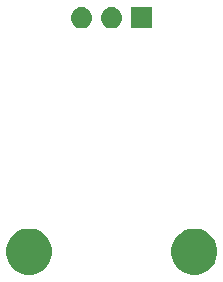
<source format=gbr>
G04 #@! TF.GenerationSoftware,KiCad,Pcbnew,(5.1.4-0-10_14)*
G04 #@! TF.CreationDate,2020-12-31T20:51:25-07:00*
G04 #@! TF.ProjectId,Moisture-Sensor,4d6f6973-7475-4726-952d-53656e736f72,rev?*
G04 #@! TF.SameCoordinates,Original*
G04 #@! TF.FileFunction,Soldermask,Bot*
G04 #@! TF.FilePolarity,Negative*
%FSLAX46Y46*%
G04 Gerber Fmt 4.6, Leading zero omitted, Abs format (unit mm)*
G04 Created by KiCad (PCBNEW (5.1.4-0-10_14)) date 2020-12-31 20:51:25*
%MOMM*%
%LPD*%
G04 APERTURE LIST*
%ADD10C,0.100000*%
G04 APERTURE END LIST*
D10*
G36*
X117569085Y-71123975D02*
G01*
X117924143Y-71271045D01*
X117924145Y-71271046D01*
X118243690Y-71484559D01*
X118515441Y-71756310D01*
X118728954Y-72075855D01*
X118728955Y-72075857D01*
X118876025Y-72430915D01*
X118951000Y-72807842D01*
X118951000Y-73192158D01*
X118876025Y-73569085D01*
X118728955Y-73924143D01*
X118728954Y-73924145D01*
X118515441Y-74243690D01*
X118243690Y-74515441D01*
X117924145Y-74728954D01*
X117924144Y-74728955D01*
X117924143Y-74728955D01*
X117569085Y-74876025D01*
X117192158Y-74951000D01*
X116807842Y-74951000D01*
X116430915Y-74876025D01*
X116075857Y-74728955D01*
X116075856Y-74728955D01*
X116075855Y-74728954D01*
X115756310Y-74515441D01*
X115484559Y-74243690D01*
X115271046Y-73924145D01*
X115271045Y-73924143D01*
X115123975Y-73569085D01*
X115049000Y-73192158D01*
X115049000Y-72807842D01*
X115123975Y-72430915D01*
X115271045Y-72075857D01*
X115271046Y-72075855D01*
X115484559Y-71756310D01*
X115756310Y-71484559D01*
X116075855Y-71271046D01*
X116075857Y-71271045D01*
X116430915Y-71123975D01*
X116807842Y-71049000D01*
X117192158Y-71049000D01*
X117569085Y-71123975D01*
X117569085Y-71123975D01*
G37*
G36*
X103569085Y-71123975D02*
G01*
X103924143Y-71271045D01*
X103924145Y-71271046D01*
X104243690Y-71484559D01*
X104515441Y-71756310D01*
X104728954Y-72075855D01*
X104728955Y-72075857D01*
X104876025Y-72430915D01*
X104951000Y-72807842D01*
X104951000Y-73192158D01*
X104876025Y-73569085D01*
X104728955Y-73924143D01*
X104728954Y-73924145D01*
X104515441Y-74243690D01*
X104243690Y-74515441D01*
X103924145Y-74728954D01*
X103924144Y-74728955D01*
X103924143Y-74728955D01*
X103569085Y-74876025D01*
X103192158Y-74951000D01*
X102807842Y-74951000D01*
X102430915Y-74876025D01*
X102075857Y-74728955D01*
X102075856Y-74728955D01*
X102075855Y-74728954D01*
X101756310Y-74515441D01*
X101484559Y-74243690D01*
X101271046Y-73924145D01*
X101271045Y-73924143D01*
X101123975Y-73569085D01*
X101049000Y-73192158D01*
X101049000Y-72807842D01*
X101123975Y-72430915D01*
X101271045Y-72075857D01*
X101271046Y-72075855D01*
X101484559Y-71756310D01*
X101756310Y-71484559D01*
X102075855Y-71271046D01*
X102075857Y-71271045D01*
X102430915Y-71123975D01*
X102807842Y-71049000D01*
X103192158Y-71049000D01*
X103569085Y-71123975D01*
X103569085Y-71123975D01*
G37*
G36*
X113426000Y-54106000D02*
G01*
X111624000Y-54106000D01*
X111624000Y-52304000D01*
X113426000Y-52304000D01*
X113426000Y-54106000D01*
X113426000Y-54106000D01*
G37*
G36*
X110095442Y-52310518D02*
G01*
X110161627Y-52317037D01*
X110331466Y-52368557D01*
X110487991Y-52452222D01*
X110523729Y-52481552D01*
X110625186Y-52564814D01*
X110708448Y-52666271D01*
X110737778Y-52702009D01*
X110821443Y-52858534D01*
X110872963Y-53028373D01*
X110890359Y-53205000D01*
X110872963Y-53381627D01*
X110821443Y-53551466D01*
X110737778Y-53707991D01*
X110708448Y-53743729D01*
X110625186Y-53845186D01*
X110523729Y-53928448D01*
X110487991Y-53957778D01*
X110331466Y-54041443D01*
X110161627Y-54092963D01*
X110095442Y-54099482D01*
X110029260Y-54106000D01*
X109940740Y-54106000D01*
X109874558Y-54099482D01*
X109808373Y-54092963D01*
X109638534Y-54041443D01*
X109482009Y-53957778D01*
X109446271Y-53928448D01*
X109344814Y-53845186D01*
X109261552Y-53743729D01*
X109232222Y-53707991D01*
X109148557Y-53551466D01*
X109097037Y-53381627D01*
X109079641Y-53205000D01*
X109097037Y-53028373D01*
X109148557Y-52858534D01*
X109232222Y-52702009D01*
X109261552Y-52666271D01*
X109344814Y-52564814D01*
X109446271Y-52481552D01*
X109482009Y-52452222D01*
X109638534Y-52368557D01*
X109808373Y-52317037D01*
X109874557Y-52310519D01*
X109940740Y-52304000D01*
X110029260Y-52304000D01*
X110095442Y-52310518D01*
X110095442Y-52310518D01*
G37*
G36*
X107555442Y-52310518D02*
G01*
X107621627Y-52317037D01*
X107791466Y-52368557D01*
X107947991Y-52452222D01*
X107983729Y-52481552D01*
X108085186Y-52564814D01*
X108168448Y-52666271D01*
X108197778Y-52702009D01*
X108281443Y-52858534D01*
X108332963Y-53028373D01*
X108350359Y-53205000D01*
X108332963Y-53381627D01*
X108281443Y-53551466D01*
X108197778Y-53707991D01*
X108168448Y-53743729D01*
X108085186Y-53845186D01*
X107983729Y-53928448D01*
X107947991Y-53957778D01*
X107791466Y-54041443D01*
X107621627Y-54092963D01*
X107555442Y-54099482D01*
X107489260Y-54106000D01*
X107400740Y-54106000D01*
X107334558Y-54099482D01*
X107268373Y-54092963D01*
X107098534Y-54041443D01*
X106942009Y-53957778D01*
X106906271Y-53928448D01*
X106804814Y-53845186D01*
X106721552Y-53743729D01*
X106692222Y-53707991D01*
X106608557Y-53551466D01*
X106557037Y-53381627D01*
X106539641Y-53205000D01*
X106557037Y-53028373D01*
X106608557Y-52858534D01*
X106692222Y-52702009D01*
X106721552Y-52666271D01*
X106804814Y-52564814D01*
X106906271Y-52481552D01*
X106942009Y-52452222D01*
X107098534Y-52368557D01*
X107268373Y-52317037D01*
X107334557Y-52310519D01*
X107400740Y-52304000D01*
X107489260Y-52304000D01*
X107555442Y-52310518D01*
X107555442Y-52310518D01*
G37*
M02*

</source>
